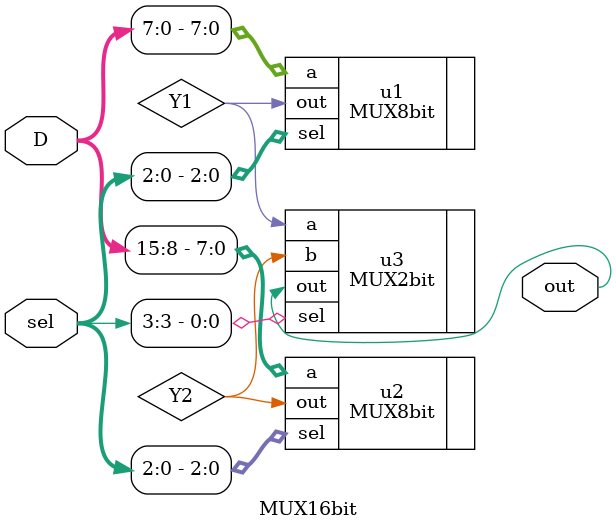
<source format=v>
`timescale 1ns / 1ps


module MUX16bit(
    input [15:0] D,                                        // 16bitÀÇ D¸¦ inputÀ¸·Î ¼±¾ðÇÑ´Ù.
    input [3:0] sel,                                       //4bitÀÇ selÀ» inputÀ¸·Î ¼±¾ðÇÑ´Ù.
    output out                                             //outÀ» outputÀ¸·Î ¼±¾ðÇÑ´Ù.
    );
    wire Y1, Y2;                                           //Y1, Y2¸¦ wire·Î ¼±¾ðÇÑ´Ù.

    
    MUX8bit u1(.a(D[7:0]), .sel(sel[2:0]), .out(Y1));       // D¸¦ 8bit¾¿, selÀº °øÅë, outputÀº Y1·Î ¹Þ¾Æ °¢ MUXÀÇ ÀÔ·Â°ú Ãâ·ÂÀ» ¸ÅÄªÇÑ´Ù. 
    MUX8bit u2(.a(D[15:8]), .sel(sel[2:0]), .out(Y2));      // D¸¦ 8bit¾¿, selÀº °øÅë, outputÀº Y2·Î ¹Þ¾Æ °¢ MUXÀÇ ÀÔ·Â°ú Ãâ·ÂÀ» ¸ÅÄªÇÑ´Ù. 
    
    MUX2bit u3(.a(Y1), .b(Y2), .sel(sel[3]), .out(out));    // ¾Õ¼± ´Ü¿¡¼­ ³ª¿Â Ãâ·Â Y1, Y2¸¦ ÀÔ·ÂÀ¸·Î »ç¿ëÇÏ°í sel¸¦ ÀÌ¿ëÇØ outÀ» Ãâ·ÂÇØ³½´Ù.
endmodule

</source>
